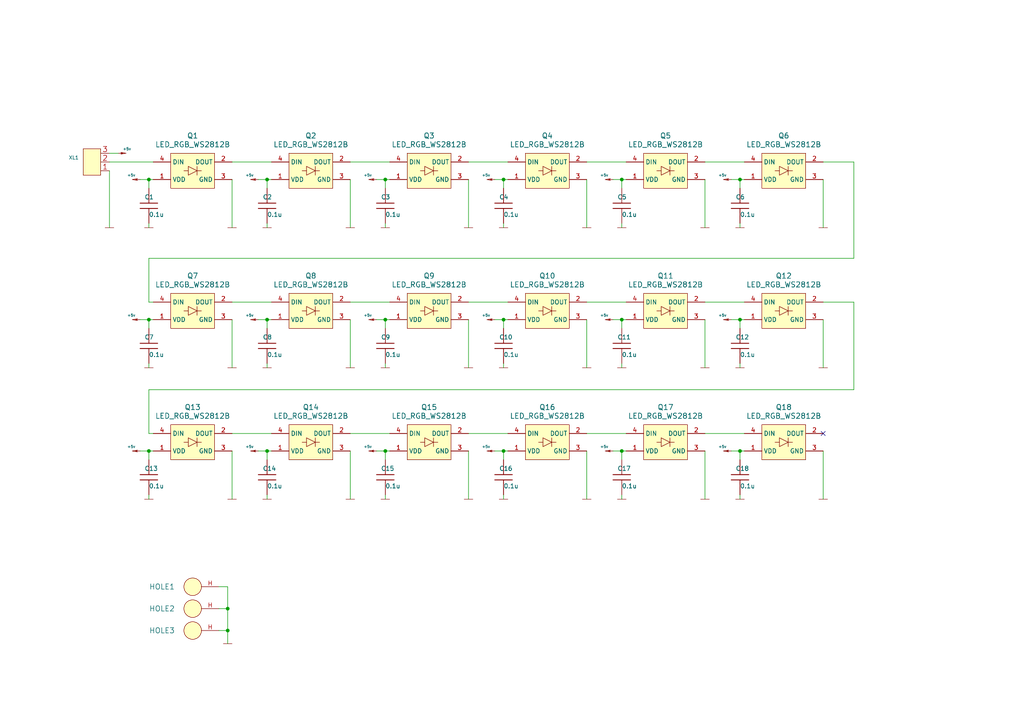
<source format=kicad_sch>
(kicad_sch (version 20200512) (host eeschema "(5.99.0-1822-g1792479ca)")
  (page 1 1)
  (paper "A4")
  (lib_symbols
    (symbol "Connectors_kl:CONN_3" (pin_names hide)
      (property "Reference" "XL" (at -1.27 0 90))
      (property "Value" "CONN_3" (at 1.27 0 90))
      (symbol "CONN_3_0_1"
        (rectangle (start 2.54 3.81) (end -2.54 -3.81) (fill (type background)))
      )
      (symbol "CONN_3_1_1"
        (pin passive line (at 5.08 2.54 180) (length 2.54) (name "P1") (number "1"))
        (pin passive line (at 5.08 0 180) (length 2.54) (name "PM") (number "2"))
        (pin passive line (at 5.08 -2.54 180) (length 2.54) (name "~") (number "3"))
      )
    )
    (symbol "Tittar_kl:C" (pin_numbers hide) (pin_names (offset 0.254))
      (property "Reference" "C" (at -2.54 -2.54 0))
      (property "Value" "C" (at -2.54 2.54 0))
      (symbol "C_0_1"
        (polyline (pts (xy -2.54 -0.762) (xy 2.54 -0.762)) (stroke (width 0.254)))
        (polyline (pts (xy -2.54 0.762) (xy 2.54 0.762)) (stroke (width 0.254)))
      )
      (symbol "C_1_1"
        (pin passive line (at 0 5.08 270) (length 4.318) (name "~") (number "1"))
        (pin passive line (at 0 -5.08 90) (length 4.318) (name "~") (number "2"))
      )
    )
    (symbol "Tittar_kl:LED_RGB_WS2812B"
      (property "Reference" "Q" (at -5.08 8.89 0))
      (property "Value" "LED_RGB_WS2812B" (at 0 6.35 0))
      (symbol "LED_RGB_WS2812B_0_1"
        (rectangle (start -6.35 5.08) (end 6.35 -5.08) (fill (type background)))
        (polyline (pts (xy -1.27 0) (xy -2.54 0)))
        (polyline (pts (xy 1.27 0) (xy 2.54 0)))
        (polyline (pts (xy 1.27 1.27) (xy 1.27 -1.27)))
        (polyline (pts (xy -1.27 1.27) (xy 1.27 0) (xy -1.27 -1.27) (xy -1.27 1.27)))
      )
      (symbol "LED_RGB_WS2812B_1_1"
        (pin power_in line (at -11.43 -2.54 0) (length 5.08) (name "VDD") (number "1"))
        (pin passive line (at 11.43 2.54 180) (length 5.08) (name "DOUT") (number "2"))
        (pin power_in line (at 11.43 -2.54 180) (length 5.08) (name "GND") (number "3"))
        (pin passive line (at -11.43 2.54 0) (length 5.08) (name "DIN") (number "4"))
      )
    )
    (symbol "pcb_details:HOLE_METALLED"
      (property "Reference" "HOLE" (at -12.7 -1.27 0))
      (property "Value" "HOLE_METALLED" (at -13.97 1.27 0))
      (symbol "HOLE_METALLED_0_1"
        (circle (center 0 0) (radius 2.54) (fill (type background)))
      )
      (symbol "HOLE_METALLED_1_1"
        (pin passive line (at 7.62 0 180) (length 5.08) (name "~") (number "H"))
      )
    )
    (symbol "power:+5v" (power) (pin_names (offset 0))
      (property "Value" "+5v" (at 3.81 0 0))
      (symbol "+5v_0_1"
        (polyline (pts (xy 0 0) (xy 1.27 0) (xy 1.27 0)))
        (polyline (pts (xy 1.27 0) (xy 0.762 0.254) (xy 2.286 0) (xy 0.762 -0.254) (xy 1.27 0) (xy 1.27 0)) (fill (type background)))
      )
      (symbol "+5v_0_0"
        (pin power_in line (at 0 0 90) (length 0) hide (name "+5v") (number "1"))
      )
    )
    (symbol "power:GND" (power) (pin_names (offset 0.254))
      (symbol "GND_0_1"
        (polyline (pts (xy -1.27 0) (xy 1.27 0)) (stroke (width 0.127)))
      )
      (symbol "GND_1_1"
        (pin power_in line (at 0 0 270) (length 0) hide (name "GND") (number "1"))
      )
    )
  )
  (junction (at 43.18 52.07))
  (junction (at 43.18 92.71))
  (junction (at 43.18 130.81))
  (junction (at 66.04 176.53))
  (junction (at 66.04 182.88))
  (junction (at 77.47 52.07))
  (junction (at 77.47 92.71))
  (junction (at 77.47 130.81))
  (junction (at 111.76 52.07))
  (junction (at 111.76 92.71))
  (junction (at 111.76 130.81))
  (junction (at 146.05 52.07))
  (junction (at 146.05 92.71))
  (junction (at 146.05 130.81))
  (junction (at 180.34 52.07))
  (junction (at 180.34 92.71))
  (junction (at 180.34 130.81))
  (junction (at 214.63 52.07))
  (junction (at 214.63 92.71))
  (junction (at 214.63 130.81))
  (no_connect (at 238.76 125.73))
  (wire (pts (xy 31.75 44.45) (xy 34.29 44.45)))
  (wire (pts (xy 31.75 46.99) (xy 44.45 46.99)))
  (wire (pts (xy 31.75 49.53) (xy 31.75 66.04)))
  (wire (pts (xy 40.64 52.07) (xy 43.18 52.07)))
  (wire (pts (xy 40.64 92.71) (xy 43.18 92.71)))
  (wire (pts (xy 40.64 130.81) (xy 43.18 130.81)))
  (wire (pts (xy 43.18 52.07) (xy 44.45 52.07)))
  (wire (pts (xy 43.18 54.61) (xy 43.18 52.07)))
  (wire (pts (xy 43.18 64.77) (xy 43.18 66.04)))
  (wire (pts (xy 43.18 74.93) (xy 247.65 74.93)))
  (wire (pts (xy 43.18 87.63) (xy 43.18 74.93)))
  (wire (pts (xy 43.18 92.71) (xy 44.45 92.71)))
  (wire (pts (xy 43.18 95.25) (xy 43.18 92.71)))
  (wire (pts (xy 43.18 105.41) (xy 43.18 106.68)))
  (wire (pts (xy 43.18 113.03) (xy 247.65 113.03)))
  (wire (pts (xy 43.18 125.73) (xy 43.18 113.03)))
  (wire (pts (xy 43.18 130.81) (xy 44.45 130.81)))
  (wire (pts (xy 43.18 133.35) (xy 43.18 130.81)))
  (wire (pts (xy 43.18 143.51) (xy 43.18 144.78)))
  (wire (pts (xy 44.45 87.63) (xy 43.18 87.63)))
  (wire (pts (xy 44.45 125.73) (xy 43.18 125.73)))
  (wire (pts (xy 63.5 176.53) (xy 66.04 176.53)))
  (wire (pts (xy 63.5 182.88) (xy 66.04 182.88)))
  (wire (pts (xy 66.04 170.18) (xy 63.5 170.18)))
  (wire (pts (xy 66.04 176.53) (xy 66.04 170.18)))
  (wire (pts (xy 66.04 182.88) (xy 66.04 176.53)))
  (wire (pts (xy 66.04 186.69) (xy 66.04 182.88)))
  (wire (pts (xy 67.31 46.99) (xy 78.74 46.99)))
  (wire (pts (xy 67.31 52.07) (xy 67.31 66.04)))
  (wire (pts (xy 67.31 87.63) (xy 78.74 87.63)))
  (wire (pts (xy 67.31 92.71) (xy 67.31 106.68)))
  (wire (pts (xy 67.31 125.73) (xy 78.74 125.73)))
  (wire (pts (xy 67.31 130.81) (xy 67.31 144.78)))
  (wire (pts (xy 74.93 52.07) (xy 77.47 52.07)))
  (wire (pts (xy 74.93 92.71) (xy 77.47 92.71)))
  (wire (pts (xy 74.93 130.81) (xy 77.47 130.81)))
  (wire (pts (xy 77.47 52.07) (xy 78.74 52.07)))
  (wire (pts (xy 77.47 54.61) (xy 77.47 52.07)))
  (wire (pts (xy 77.47 64.77) (xy 77.47 66.04)))
  (wire (pts (xy 77.47 92.71) (xy 78.74 92.71)))
  (wire (pts (xy 77.47 95.25) (xy 77.47 92.71)))
  (wire (pts (xy 77.47 105.41) (xy 77.47 106.68)))
  (wire (pts (xy 77.47 130.81) (xy 78.74 130.81)))
  (wire (pts (xy 77.47 133.35) (xy 77.47 130.81)))
  (wire (pts (xy 77.47 143.51) (xy 77.47 144.78)))
  (wire (pts (xy 101.6 46.99) (xy 113.03 46.99)))
  (wire (pts (xy 101.6 52.07) (xy 101.6 66.04)))
  (wire (pts (xy 101.6 87.63) (xy 113.03 87.63)))
  (wire (pts (xy 101.6 92.71) (xy 101.6 106.68)))
  (wire (pts (xy 101.6 125.73) (xy 113.03 125.73)))
  (wire (pts (xy 101.6 130.81) (xy 101.6 144.78)))
  (wire (pts (xy 109.22 52.07) (xy 111.76 52.07)))
  (wire (pts (xy 109.22 92.71) (xy 111.76 92.71)))
  (wire (pts (xy 109.22 130.81) (xy 111.76 130.81)))
  (wire (pts (xy 111.76 52.07) (xy 113.03 52.07)))
  (wire (pts (xy 111.76 54.61) (xy 111.76 52.07)))
  (wire (pts (xy 111.76 64.77) (xy 111.76 66.04)))
  (wire (pts (xy 111.76 92.71) (xy 113.03 92.71)))
  (wire (pts (xy 111.76 95.25) (xy 111.76 92.71)))
  (wire (pts (xy 111.76 105.41) (xy 111.76 106.68)))
  (wire (pts (xy 111.76 130.81) (xy 113.03 130.81)))
  (wire (pts (xy 111.76 133.35) (xy 111.76 130.81)))
  (wire (pts (xy 111.76 143.51) (xy 111.76 144.78)))
  (wire (pts (xy 135.89 46.99) (xy 147.32 46.99)))
  (wire (pts (xy 135.89 52.07) (xy 135.89 66.04)))
  (wire (pts (xy 135.89 87.63) (xy 147.32 87.63)))
  (wire (pts (xy 135.89 92.71) (xy 135.89 106.68)))
  (wire (pts (xy 135.89 125.73) (xy 147.32 125.73)))
  (wire (pts (xy 135.89 130.81) (xy 135.89 144.78)))
  (wire (pts (xy 143.51 52.07) (xy 146.05 52.07)))
  (wire (pts (xy 143.51 92.71) (xy 146.05 92.71)))
  (wire (pts (xy 143.51 130.81) (xy 146.05 130.81)))
  (wire (pts (xy 146.05 52.07) (xy 147.32 52.07)))
  (wire (pts (xy 146.05 54.61) (xy 146.05 52.07)))
  (wire (pts (xy 146.05 64.77) (xy 146.05 66.04)))
  (wire (pts (xy 146.05 92.71) (xy 147.32 92.71)))
  (wire (pts (xy 146.05 95.25) (xy 146.05 92.71)))
  (wire (pts (xy 146.05 105.41) (xy 146.05 106.68)))
  (wire (pts (xy 146.05 130.81) (xy 147.32 130.81)))
  (wire (pts (xy 146.05 133.35) (xy 146.05 130.81)))
  (wire (pts (xy 146.05 143.51) (xy 146.05 144.78)))
  (wire (pts (xy 170.18 46.99) (xy 181.61 46.99)))
  (wire (pts (xy 170.18 52.07) (xy 170.18 66.04)))
  (wire (pts (xy 170.18 87.63) (xy 181.61 87.63)))
  (wire (pts (xy 170.18 92.71) (xy 170.18 106.68)))
  (wire (pts (xy 170.18 125.73) (xy 181.61 125.73)))
  (wire (pts (xy 170.18 130.81) (xy 170.18 144.78)))
  (wire (pts (xy 177.8 52.07) (xy 180.34 52.07)))
  (wire (pts (xy 177.8 92.71) (xy 180.34 92.71)))
  (wire (pts (xy 177.8 130.81) (xy 180.34 130.81)))
  (wire (pts (xy 180.34 52.07) (xy 181.61 52.07)))
  (wire (pts (xy 180.34 54.61) (xy 180.34 52.07)))
  (wire (pts (xy 180.34 64.77) (xy 180.34 66.04)))
  (wire (pts (xy 180.34 92.71) (xy 181.61 92.71)))
  (wire (pts (xy 180.34 95.25) (xy 180.34 92.71)))
  (wire (pts (xy 180.34 105.41) (xy 180.34 106.68)))
  (wire (pts (xy 180.34 130.81) (xy 181.61 130.81)))
  (wire (pts (xy 180.34 133.35) (xy 180.34 130.81)))
  (wire (pts (xy 180.34 143.51) (xy 180.34 144.78)))
  (wire (pts (xy 204.47 46.99) (xy 215.9 46.99)))
  (wire (pts (xy 204.47 52.07) (xy 204.47 66.04)))
  (wire (pts (xy 204.47 87.63) (xy 215.9 87.63)))
  (wire (pts (xy 204.47 92.71) (xy 204.47 106.68)))
  (wire (pts (xy 204.47 125.73) (xy 215.9 125.73)))
  (wire (pts (xy 204.47 130.81) (xy 204.47 144.78)))
  (wire (pts (xy 212.09 52.07) (xy 214.63 52.07)))
  (wire (pts (xy 212.09 92.71) (xy 214.63 92.71)))
  (wire (pts (xy 212.09 130.81) (xy 214.63 130.81)))
  (wire (pts (xy 214.63 52.07) (xy 215.9 52.07)))
  (wire (pts (xy 214.63 54.61) (xy 214.63 52.07)))
  (wire (pts (xy 214.63 64.77) (xy 214.63 66.04)))
  (wire (pts (xy 214.63 92.71) (xy 215.9 92.71)))
  (wire (pts (xy 214.63 95.25) (xy 214.63 92.71)))
  (wire (pts (xy 214.63 105.41) (xy 214.63 106.68)))
  (wire (pts (xy 214.63 130.81) (xy 215.9 130.81)))
  (wire (pts (xy 214.63 133.35) (xy 214.63 130.81)))
  (wire (pts (xy 214.63 143.51) (xy 214.63 144.78)))
  (wire (pts (xy 238.76 46.99) (xy 247.65 46.99)))
  (wire (pts (xy 238.76 52.07) (xy 238.76 66.04)))
  (wire (pts (xy 238.76 92.71) (xy 238.76 106.68)))
  (wire (pts (xy 238.76 130.81) (xy 238.76 144.78)))
  (wire (pts (xy 247.65 46.99) (xy 247.65 74.93)))
  (wire (pts (xy 247.65 87.63) (xy 238.76 87.63)))
  (wire (pts (xy 247.65 113.03) (xy 247.65 87.63)))
  (symbol (lib_id "power:GND") (at 31.75 66.04 0) (unit 1)
    (property "Reference" "#PWR08" (effects hide))
    (property "Value" "GND" (effects hide))
  )
  (symbol (lib_id "power:+5v") (at 34.29 44.45 0) (unit 1)
    (property "Reference" "#PWR01" (effects hide))
    (property "Value" "+5v" (at 36.83 43.18 0) (effects (font (size 0.762 0.762))))
  )
  (symbol (lib_id "power:+5v") (at 40.64 52.07 0) (mirror y) (unit 1)
    (property "Reference" "#PWR02" (effects hide))
    (property "Value" "+5v" (at 38.1 50.8 0) (effects (font (size 0.762 0.762))))
  )
  (symbol (lib_id "power:+5v") (at 40.64 92.71 0) (mirror y) (unit 1)
    (property "Reference" "#PWR021" (effects hide))
    (property "Value" "+5v" (at 38.1 91.44 0) (effects (font (size 0.762 0.762))))
  )
  (symbol (lib_id "power:+5v") (at 40.64 130.81 0) (mirror y) (unit 1)
    (property "Reference" "#PWR039" (effects hide))
    (property "Value" "+5v" (at 38.1 129.54 0) (effects (font (size 0.762 0.762))))
  )
  (symbol (lib_id "power:GND") (at 43.18 66.04 0) (unit 1)
    (property "Reference" "#PWR09" (effects hide))
    (property "Value" "GND" (effects hide))
  )
  (symbol (lib_id "power:GND") (at 43.18 106.68 0) (unit 1)
    (property "Reference" "#PWR027" (effects hide))
    (property "Value" "GND" (effects hide))
  )
  (symbol (lib_id "power:GND") (at 43.18 144.78 0) (unit 1)
    (property "Reference" "#PWR045" (effects hide))
    (property "Value" "GND" (effects hide))
  )
  (symbol (lib_id "power:GND") (at 66.04 186.69 0) (unit 1)
    (property "Reference" "#PWR057" (effects hide))
    (property "Value" "GND" (effects hide))
  )
  (symbol (lib_id "power:GND") (at 67.31 66.04 0) (unit 1)
    (property "Reference" "#PWR010" (effects hide))
    (property "Value" "GND" (effects hide))
  )
  (symbol (lib_id "power:GND") (at 67.31 106.68 0) (unit 1)
    (property "Reference" "#PWR028" (effects hide))
    (property "Value" "GND" (effects hide))
  )
  (symbol (lib_id "power:GND") (at 67.31 144.78 0) (unit 1)
    (property "Reference" "#PWR046" (effects hide))
    (property "Value" "GND" (effects hide))
  )
  (symbol (lib_id "power:+5v") (at 74.93 52.07 0) (mirror y) (unit 1)
    (property "Reference" "#PWR03" (effects hide))
    (property "Value" "+5v" (at 72.39 50.8 0) (effects (font (size 0.762 0.762))))
  )
  (symbol (lib_id "power:+5v") (at 74.93 92.71 0) (mirror y) (unit 1)
    (property "Reference" "#PWR022" (effects hide))
    (property "Value" "+5v" (at 72.39 91.44 0) (effects (font (size 0.762 0.762))))
  )
  (symbol (lib_id "power:+5v") (at 74.93 130.81 0) (mirror y) (unit 1)
    (property "Reference" "#PWR040" (effects hide))
    (property "Value" "+5v" (at 72.39 129.54 0) (effects (font (size 0.762 0.762))))
  )
  (symbol (lib_id "power:GND") (at 77.47 66.04 0) (unit 1)
    (property "Reference" "#PWR011" (effects hide))
    (property "Value" "GND" (effects hide))
  )
  (symbol (lib_id "power:GND") (at 77.47 106.68 0) (unit 1)
    (property "Reference" "#PWR029" (effects hide))
    (property "Value" "GND" (effects hide))
  )
  (symbol (lib_id "power:GND") (at 77.47 144.78 0) (unit 1)
    (property "Reference" "#PWR047" (effects hide))
    (property "Value" "GND" (effects hide))
  )
  (symbol (lib_id "power:GND") (at 101.6 66.04 0) (unit 1)
    (property "Reference" "#PWR012" (effects hide))
    (property "Value" "GND" (effects hide))
  )
  (symbol (lib_id "power:GND") (at 101.6 106.68 0) (unit 1)
    (property "Reference" "#PWR030" (effects hide))
    (property "Value" "GND" (effects hide))
  )
  (symbol (lib_id "power:GND") (at 101.6 144.78 0) (unit 1)
    (property "Reference" "#PWR048" (effects hide))
    (property "Value" "GND" (effects hide))
  )
  (symbol (lib_id "power:+5v") (at 109.22 52.07 0) (mirror y) (unit 1)
    (property "Reference" "#PWR04" (effects hide))
    (property "Value" "+5v" (at 106.68 50.8 0) (effects (font (size 0.762 0.762))))
  )
  (symbol (lib_id "power:+5v") (at 109.22 92.71 0) (mirror y) (unit 1)
    (property "Reference" "#PWR023" (effects hide))
    (property "Value" "+5v" (at 106.68 91.44 0) (effects (font (size 0.762 0.762))))
  )
  (symbol (lib_id "power:+5v") (at 109.22 130.81 0) (mirror y) (unit 1)
    (property "Reference" "#PWR041" (effects hide))
    (property "Value" "+5v" (at 106.68 129.54 0) (effects (font (size 0.762 0.762))))
  )
  (symbol (lib_id "power:GND") (at 111.76 66.04 0) (unit 1)
    (property "Reference" "#PWR013" (effects hide))
    (property "Value" "GND" (effects hide))
  )
  (symbol (lib_id "power:GND") (at 111.76 106.68 0) (unit 1)
    (property "Reference" "#PWR031" (effects hide))
    (property "Value" "GND" (effects hide))
  )
  (symbol (lib_id "power:GND") (at 111.76 144.78 0) (unit 1)
    (property "Reference" "#PWR049" (effects hide))
    (property "Value" "GND" (effects hide))
  )
  (symbol (lib_id "power:GND") (at 135.89 66.04 0) (unit 1)
    (property "Reference" "#PWR014" (effects hide))
    (property "Value" "GND" (effects hide))
  )
  (symbol (lib_id "power:GND") (at 135.89 106.68 0) (unit 1)
    (property "Reference" "#PWR032" (effects hide))
    (property "Value" "GND" (effects hide))
  )
  (symbol (lib_id "power:GND") (at 135.89 144.78 0) (unit 1)
    (property "Reference" "#PWR050" (effects hide))
    (property "Value" "GND" (effects hide))
  )
  (symbol (lib_id "power:+5v") (at 143.51 52.07 0) (mirror y) (unit 1)
    (property "Reference" "#PWR05" (effects hide))
    (property "Value" "+5v" (at 140.97 50.8 0) (effects (font (size 0.762 0.762))))
  )
  (symbol (lib_id "power:+5v") (at 143.51 92.71 0) (mirror y) (unit 1)
    (property "Reference" "#PWR024" (effects hide))
    (property "Value" "+5v" (at 140.97 91.44 0) (effects (font (size 0.762 0.762))))
  )
  (symbol (lib_id "power:+5v") (at 143.51 130.81 0) (mirror y) (unit 1)
    (property "Reference" "#PWR042" (effects hide))
    (property "Value" "+5v" (at 140.97 129.54 0) (effects (font (size 0.762 0.762))))
  )
  (symbol (lib_id "power:GND") (at 146.05 66.04 0) (unit 1)
    (property "Reference" "#PWR015" (effects hide))
    (property "Value" "GND" (effects hide))
  )
  (symbol (lib_id "power:GND") (at 146.05 106.68 0) (unit 1)
    (property "Reference" "#PWR033" (effects hide))
    (property "Value" "GND" (effects hide))
  )
  (symbol (lib_id "power:GND") (at 146.05 144.78 0) (unit 1)
    (property "Reference" "#PWR051" (effects hide))
    (property "Value" "GND" (effects hide))
  )
  (symbol (lib_id "power:GND") (at 170.18 66.04 0) (unit 1)
    (property "Reference" "#PWR016" (effects hide))
    (property "Value" "GND" (effects hide))
  )
  (symbol (lib_id "power:GND") (at 170.18 106.68 0) (unit 1)
    (property "Reference" "#PWR034" (effects hide))
    (property "Value" "GND" (effects hide))
  )
  (symbol (lib_id "power:GND") (at 170.18 144.78 0) (unit 1)
    (property "Reference" "#PWR052" (effects hide))
    (property "Value" "GND" (effects hide))
  )
  (symbol (lib_id "power:+5v") (at 177.8 52.07 0) (mirror y) (unit 1)
    (property "Reference" "#PWR06" (effects hide))
    (property "Value" "+5v" (at 175.26 50.8 0) (effects (font (size 0.762 0.762))))
  )
  (symbol (lib_id "power:+5v") (at 177.8 92.71 0) (mirror y) (unit 1)
    (property "Reference" "#PWR025" (effects hide))
    (property "Value" "+5v" (at 175.26 91.44 0) (effects (font (size 0.762 0.762))))
  )
  (symbol (lib_id "power:+5v") (at 177.8 130.81 0) (mirror y) (unit 1)
    (property "Reference" "#PWR043" (effects hide))
    (property "Value" "+5v" (at 175.26 129.54 0) (effects (font (size 0.762 0.762))))
  )
  (symbol (lib_id "power:GND") (at 180.34 66.04 0) (unit 1)
    (property "Reference" "#PWR017" (effects hide))
    (property "Value" "GND" (effects hide))
  )
  (symbol (lib_id "power:GND") (at 180.34 106.68 0) (unit 1)
    (property "Reference" "#PWR035" (effects hide))
    (property "Value" "GND" (effects hide))
  )
  (symbol (lib_id "power:GND") (at 180.34 144.78 0) (unit 1)
    (property "Reference" "#PWR053" (effects hide))
    (property "Value" "GND" (effects hide))
  )
  (symbol (lib_id "power:GND") (at 204.47 66.04 0) (unit 1)
    (property "Reference" "#PWR018" (effects hide))
    (property "Value" "GND" (effects hide))
  )
  (symbol (lib_id "power:GND") (at 204.47 106.68 0) (unit 1)
    (property "Reference" "#PWR036" (effects hide))
    (property "Value" "GND" (effects hide))
  )
  (symbol (lib_id "power:GND") (at 204.47 144.78 0) (unit 1)
    (property "Reference" "#PWR054" (effects hide))
    (property "Value" "GND" (effects hide))
  )
  (symbol (lib_id "power:+5v") (at 212.09 52.07 0) (mirror y) (unit 1)
    (property "Reference" "#PWR07" (effects hide))
    (property "Value" "+5v" (at 209.55 50.8 0) (effects (font (size 0.762 0.762))))
  )
  (symbol (lib_id "power:+5v") (at 212.09 92.71 0) (mirror y) (unit 1)
    (property "Reference" "#PWR026" (effects hide))
    (property "Value" "+5v" (at 209.55 91.44 0) (effects (font (size 0.762 0.762))))
  )
  (symbol (lib_id "power:+5v") (at 212.09 130.81 0) (mirror y) (unit 1)
    (property "Reference" "#PWR044" (effects hide))
    (property "Value" "+5v" (at 209.55 129.54 0) (effects (font (size 0.762 0.762))))
  )
  (symbol (lib_id "power:GND") (at 214.63 66.04 0) (unit 1)
    (property "Reference" "#PWR019" (effects hide))
    (property "Value" "GND" (effects hide))
  )
  (symbol (lib_id "power:GND") (at 214.63 106.68 0) (unit 1)
    (property "Reference" "#PWR037" (effects hide))
    (property "Value" "GND" (effects hide))
  )
  (symbol (lib_id "power:GND") (at 214.63 144.78 0) (unit 1)
    (property "Reference" "#PWR055" (effects hide))
    (property "Value" "GND" (effects hide))
  )
  (symbol (lib_id "power:GND") (at 238.76 66.04 0) (unit 1)
    (property "Reference" "#PWR020" (effects hide))
    (property "Value" "GND" (effects hide))
  )
  (symbol (lib_id "power:GND") (at 238.76 106.68 0) (unit 1)
    (property "Reference" "#PWR038" (effects hide))
    (property "Value" "GND" (effects hide))
  )
  (symbol (lib_id "power:GND") (at 238.76 144.78 0) (unit 1)
    (property "Reference" "#PWR056" (effects hide))
    (property "Value" "GND" (effects hide))
  )
  (symbol (lib_id "pcb_details:HOLE_METALLED") (at 55.88 170.18 0) (unit 1)
    (property "Reference" "HOLE1" (at 46.99 170.18 0) (effects (font (size 1.524 1.524))))
    (property "Value" "HOLE_METALLED" (effects hide))
    (property "Footprint" "PCB:Hole2d2_out3d5mm" (effects hide))
    (property "Price" "0" (effects hide))
    (property "SolderPoints" "0" (effects hide))
    (property "DoNotBOM" "1" (effects hide))
  )
  (symbol (lib_id "pcb_details:HOLE_METALLED") (at 55.88 176.53 0) (unit 1)
    (property "Reference" "HOLE2" (at 46.99 176.53 0) (effects (font (size 1.524 1.524))))
    (property "Value" "HOLE_METALLED" (effects hide))
    (property "Footprint" "PCB:Hole2d2_out3d5mm" (effects hide))
    (property "Price" "0" (effects hide))
    (property "SolderPoints" "0" (effects hide))
    (property "DoNotBOM" "1" (effects hide))
  )
  (symbol (lib_id "pcb_details:HOLE_METALLED") (at 55.88 182.88 0) (unit 1)
    (property "Reference" "HOLE3" (at 46.99 182.88 0) (effects (font (size 1.524 1.524))))
    (property "Value" "HOLE_METALLED" (effects hide))
    (property "Footprint" "PCB:Hole2d2_out3d5mm" (effects hide))
    (property "Price" "0" (effects hide))
    (property "SolderPoints" "0" (effects hide))
    (property "DoNotBOM" "1" (effects hide))
  )
  (symbol (lib_id "Tittar_kl:C") (at 43.18 59.69 0) (unit 1)
    (property "Reference" "C1" (at 41.91 57.15 0) (effects (justify left)))
    (property "Value" "0.1u" (at 43.18 62.23 0) (effects (justify left)))
    (property "Footprint" "Capacitors:CAP_0603_Silks" (effects hide))
    (property "Price" "0.5" (effects hide))
    (property "SolderPoints" "2" (effects hide))
    (property "Description" "X5R or X7R capacitor, 6.3V or higher" (effects hide))
    (property "Type" "Capacitor SMD" (effects hide))
    (property "PN" "-" (effects hide))
    (property "Manufacturer" "-" (effects hide))
    (property "Dielectric" "X5R or X7R" (effects hide))
    (property "Tolerance" "20%" (effects hide))
  )
  (symbol (lib_id "Tittar_kl:C") (at 43.18 100.33 0) (unit 1)
    (property "Reference" "C7" (at 41.91 97.79 0) (effects (justify left)))
    (property "Value" "0.1u" (at 43.18 102.87 0) (effects (justify left)))
    (property "Footprint" "Capacitors:CAP_0603_Silks" (effects hide))
    (property "Price" "0.5" (effects hide))
    (property "SolderPoints" "2" (effects hide))
    (property "Description" "X5R or X7R capacitor, 6.3V or higher" (effects hide))
    (property "Type" "Capacitor SMD" (effects hide))
    (property "PN" "-" (effects hide))
    (property "Manufacturer" "-" (effects hide))
    (property "Dielectric" "X5R or X7R" (effects hide))
    (property "Tolerance" "20%" (effects hide))
  )
  (symbol (lib_id "Tittar_kl:C") (at 43.18 138.43 0) (unit 1)
    (property "Reference" "C13" (at 41.91 135.89 0) (effects (justify left)))
    (property "Value" "0.1u" (at 43.18 140.97 0) (effects (justify left)))
    (property "Footprint" "Capacitors:CAP_0603_Silks" (effects hide))
    (property "Price" "0.5" (effects hide))
    (property "SolderPoints" "2" (effects hide))
    (property "Description" "X5R or X7R capacitor, 6.3V or higher" (effects hide))
    (property "Type" "Capacitor SMD" (effects hide))
    (property "PN" "-" (effects hide))
    (property "Manufacturer" "-" (effects hide))
    (property "Dielectric" "X5R or X7R" (effects hide))
    (property "Tolerance" "20%" (effects hide))
  )
  (symbol (lib_id "Tittar_kl:C") (at 77.47 59.69 0) (unit 1)
    (property "Reference" "C2" (at 76.2 57.15 0) (effects (justify left)))
    (property "Value" "0.1u" (at 77.47 62.23 0) (effects (justify left)))
    (property "Footprint" "Capacitors:CAP_0603_Silks" (effects hide))
    (property "Price" "0.5" (effects hide))
    (property "SolderPoints" "2" (effects hide))
    (property "Description" "X5R or X7R capacitor, 6.3V or higher" (effects hide))
    (property "Type" "Capacitor SMD" (effects hide))
    (property "PN" "-" (effects hide))
    (property "Manufacturer" "-" (effects hide))
    (property "Dielectric" "X5R or X7R" (effects hide))
    (property "Tolerance" "20%" (effects hide))
  )
  (symbol (lib_id "Tittar_kl:C") (at 77.47 100.33 0) (unit 1)
    (property "Reference" "C8" (at 76.2 97.79 0) (effects (justify left)))
    (property "Value" "0.1u" (at 77.47 102.87 0) (effects (justify left)))
    (property "Footprint" "Capacitors:CAP_0603_Silks" (effects hide))
    (property "Price" "0.5" (effects hide))
    (property "SolderPoints" "2" (effects hide))
    (property "Description" "X5R or X7R capacitor, 6.3V or higher" (effects hide))
    (property "Type" "Capacitor SMD" (effects hide))
    (property "PN" "-" (effects hide))
    (property "Manufacturer" "-" (effects hide))
    (property "Dielectric" "X5R or X7R" (effects hide))
    (property "Tolerance" "20%" (effects hide))
  )
  (symbol (lib_id "Tittar_kl:C") (at 77.47 138.43 0) (unit 1)
    (property "Reference" "C14" (at 76.2 135.89 0) (effects (justify left)))
    (property "Value" "0.1u" (at 77.47 140.97 0) (effects (justify left)))
    (property "Footprint" "Capacitors:CAP_0603_Silks" (effects hide))
    (property "Price" "0.5" (effects hide))
    (property "SolderPoints" "2" (effects hide))
    (property "Description" "X5R or X7R capacitor, 6.3V or higher" (effects hide))
    (property "Type" "Capacitor SMD" (effects hide))
    (property "PN" "-" (effects hide))
    (property "Manufacturer" "-" (effects hide))
    (property "Dielectric" "X5R or X7R" (effects hide))
    (property "Tolerance" "20%" (effects hide))
  )
  (symbol (lib_id "Tittar_kl:C") (at 111.76 59.69 0) (unit 1)
    (property "Reference" "C3" (at 110.49 57.15 0) (effects (justify left)))
    (property "Value" "0.1u" (at 111.76 62.23 0) (effects (justify left)))
    (property "Footprint" "Capacitors:CAP_0603_Silks" (effects hide))
    (property "Price" "0.5" (effects hide))
    (property "SolderPoints" "2" (effects hide))
    (property "Description" "X5R or X7R capacitor, 6.3V or higher" (effects hide))
    (property "Type" "Capacitor SMD" (effects hide))
    (property "PN" "-" (effects hide))
    (property "Manufacturer" "-" (effects hide))
    (property "Dielectric" "X5R or X7R" (effects hide))
    (property "Tolerance" "20%" (effects hide))
  )
  (symbol (lib_id "Tittar_kl:C") (at 111.76 100.33 0) (unit 1)
    (property "Reference" "C9" (at 110.49 97.79 0) (effects (justify left)))
    (property "Value" "0.1u" (at 111.76 102.87 0) (effects (justify left)))
    (property "Footprint" "Capacitors:CAP_0603_Silks" (effects hide))
    (property "Price" "0.5" (effects hide))
    (property "SolderPoints" "2" (effects hide))
    (property "Description" "X5R or X7R capacitor, 6.3V or higher" (effects hide))
    (property "Type" "Capacitor SMD" (effects hide))
    (property "PN" "-" (effects hide))
    (property "Manufacturer" "-" (effects hide))
    (property "Dielectric" "X5R or X7R" (effects hide))
    (property "Tolerance" "20%" (effects hide))
  )
  (symbol (lib_id "Tittar_kl:C") (at 111.76 138.43 0) (unit 1)
    (property "Reference" "C15" (at 110.49 135.89 0) (effects (justify left)))
    (property "Value" "0.1u" (at 111.76 140.97 0) (effects (justify left)))
    (property "Footprint" "Capacitors:CAP_0603_Silks" (effects hide))
    (property "Price" "0.5" (effects hide))
    (property "SolderPoints" "2" (effects hide))
    (property "Description" "X5R or X7R capacitor, 6.3V or higher" (effects hide))
    (property "Type" "Capacitor SMD" (effects hide))
    (property "PN" "-" (effects hide))
    (property "Manufacturer" "-" (effects hide))
    (property "Dielectric" "X5R or X7R" (effects hide))
    (property "Tolerance" "20%" (effects hide))
  )
  (symbol (lib_id "Tittar_kl:C") (at 146.05 59.69 0) (unit 1)
    (property "Reference" "C4" (at 144.78 57.15 0) (effects (justify left)))
    (property "Value" "0.1u" (at 146.05 62.23 0) (effects (justify left)))
    (property "Footprint" "Capacitors:CAP_0603_Silks" (effects hide))
    (property "Price" "0.5" (effects hide))
    (property "SolderPoints" "2" (effects hide))
    (property "Description" "X5R or X7R capacitor, 6.3V or higher" (effects hide))
    (property "Type" "Capacitor SMD" (effects hide))
    (property "PN" "-" (effects hide))
    (property "Manufacturer" "-" (effects hide))
    (property "Dielectric" "X5R or X7R" (effects hide))
    (property "Tolerance" "20%" (effects hide))
  )
  (symbol (lib_id "Tittar_kl:C") (at 146.05 100.33 0) (unit 1)
    (property "Reference" "C10" (at 144.78 97.79 0) (effects (justify left)))
    (property "Value" "0.1u" (at 146.05 102.87 0) (effects (justify left)))
    (property "Footprint" "Capacitors:CAP_0603_Silks" (effects hide))
    (property "Price" "0.5" (effects hide))
    (property "SolderPoints" "2" (effects hide))
    (property "Description" "X5R or X7R capacitor, 6.3V or higher" (effects hide))
    (property "Type" "Capacitor SMD" (effects hide))
    (property "PN" "-" (effects hide))
    (property "Manufacturer" "-" (effects hide))
    (property "Dielectric" "X5R or X7R" (effects hide))
    (property "Tolerance" "20%" (effects hide))
  )
  (symbol (lib_id "Tittar_kl:C") (at 146.05 138.43 0) (unit 1)
    (property "Reference" "C16" (at 144.78 135.89 0) (effects (justify left)))
    (property "Value" "0.1u" (at 146.05 140.97 0) (effects (justify left)))
    (property "Footprint" "Capacitors:CAP_0603_Silks" (effects hide))
    (property "Price" "0.5" (effects hide))
    (property "SolderPoints" "2" (effects hide))
    (property "Description" "X5R or X7R capacitor, 6.3V or higher" (effects hide))
    (property "Type" "Capacitor SMD" (effects hide))
    (property "PN" "-" (effects hide))
    (property "Manufacturer" "-" (effects hide))
    (property "Dielectric" "X5R or X7R" (effects hide))
    (property "Tolerance" "20%" (effects hide))
  )
  (symbol (lib_id "Tittar_kl:C") (at 180.34 59.69 0) (unit 1)
    (property "Reference" "C5" (at 179.07 57.15 0) (effects (justify left)))
    (property "Value" "0.1u" (at 180.34 62.23 0) (effects (justify left)))
    (property "Footprint" "Capacitors:CAP_0603_Silks" (effects hide))
    (property "Price" "0.5" (effects hide))
    (property "SolderPoints" "2" (effects hide))
    (property "Description" "X5R or X7R capacitor, 6.3V or higher" (effects hide))
    (property "Type" "Capacitor SMD" (effects hide))
    (property "PN" "-" (effects hide))
    (property "Manufacturer" "-" (effects hide))
    (property "Dielectric" "X5R or X7R" (effects hide))
    (property "Tolerance" "20%" (effects hide))
  )
  (symbol (lib_id "Tittar_kl:C") (at 180.34 100.33 0) (unit 1)
    (property "Reference" "C11" (at 179.07 97.79 0) (effects (justify left)))
    (property "Value" "0.1u" (at 180.34 102.87 0) (effects (justify left)))
    (property "Footprint" "Capacitors:CAP_0603_Silks" (effects hide))
    (property "Price" "0.5" (effects hide))
    (property "SolderPoints" "2" (effects hide))
    (property "Description" "X5R or X7R capacitor, 6.3V or higher" (effects hide))
    (property "Type" "Capacitor SMD" (effects hide))
    (property "PN" "-" (effects hide))
    (property "Manufacturer" "-" (effects hide))
    (property "Dielectric" "X5R or X7R" (effects hide))
    (property "Tolerance" "20%" (effects hide))
  )
  (symbol (lib_id "Tittar_kl:C") (at 180.34 138.43 0) (unit 1)
    (property "Reference" "C17" (at 179.07 135.89 0) (effects (justify left)))
    (property "Value" "0.1u" (at 180.34 140.97 0) (effects (justify left)))
    (property "Footprint" "Capacitors:CAP_0603_Silks" (effects hide))
    (property "Price" "0.5" (effects hide))
    (property "SolderPoints" "2" (effects hide))
    (property "Description" "X5R or X7R capacitor, 6.3V or higher" (effects hide))
    (property "Type" "Capacitor SMD" (effects hide))
    (property "PN" "-" (effects hide))
    (property "Manufacturer" "-" (effects hide))
    (property "Dielectric" "X5R or X7R" (effects hide))
    (property "Tolerance" "20%" (effects hide))
  )
  (symbol (lib_id "Tittar_kl:C") (at 214.63 59.69 0) (unit 1)
    (property "Reference" "C6" (at 213.36 57.15 0) (effects (justify left)))
    (property "Value" "0.1u" (at 214.63 62.23 0) (effects (justify left)))
    (property "Footprint" "Capacitors:CAP_0603_Silks" (effects hide))
    (property "Price" "0.5" (effects hide))
    (property "SolderPoints" "2" (effects hide))
    (property "Description" "X5R or X7R capacitor, 6.3V or higher" (effects hide))
    (property "Type" "Capacitor SMD" (effects hide))
    (property "PN" "-" (effects hide))
    (property "Manufacturer" "-" (effects hide))
    (property "Dielectric" "X5R or X7R" (effects hide))
    (property "Tolerance" "20%" (effects hide))
  )
  (symbol (lib_id "Tittar_kl:C") (at 214.63 100.33 0) (unit 1)
    (property "Reference" "C12" (at 213.36 97.79 0) (effects (justify left)))
    (property "Value" "0.1u" (at 214.63 102.87 0) (effects (justify left)))
    (property "Footprint" "Capacitors:CAP_0603_Silks" (effects hide))
    (property "Price" "0.5" (effects hide))
    (property "SolderPoints" "2" (effects hide))
    (property "Description" "X5R or X7R capacitor, 6.3V or higher" (effects hide))
    (property "Type" "Capacitor SMD" (effects hide))
    (property "PN" "-" (effects hide))
    (property "Manufacturer" "-" (effects hide))
    (property "Dielectric" "X5R or X7R" (effects hide))
    (property "Tolerance" "20%" (effects hide))
  )
  (symbol (lib_id "Tittar_kl:C") (at 214.63 138.43 0) (unit 1)
    (property "Reference" "C18" (at 213.36 135.89 0) (effects (justify left)))
    (property "Value" "0.1u" (at 214.63 140.97 0) (effects (justify left)))
    (property "Footprint" "Capacitors:CAP_0603_Silks" (effects hide))
    (property "Price" "0.5" (effects hide))
    (property "SolderPoints" "2" (effects hide))
    (property "Description" "X5R or X7R capacitor, 6.3V or higher" (effects hide))
    (property "Type" "Capacitor SMD" (effects hide))
    (property "PN" "-" (effects hide))
    (property "Manufacturer" "-" (effects hide))
    (property "Dielectric" "X5R or X7R" (effects hide))
    (property "Tolerance" "20%" (effects hide))
  )
  (symbol (lib_id "Connectors_kl:CONN_3") (at 26.67 46.99 0) (mirror x) (unit 1)
    (property "Reference" "XL1" (at 22.86 45.72 0) (effects (font (size 1.016 1.016)) (justify right)))
    (property "Value" "CONN_3" (effects hide))
    (property "Footprint" "Connectors:WB-03(MW-3M)" (effects hide))
    (property "Price" "1" (effects hide))
    (property "SolderPoints" "3" (effects hide))
  )
  (symbol (lib_id "Tittar_kl:LED_RGB_WS2812B") (at 55.88 49.53 0) (unit 1)
    (property "Reference" "Q1" (at 55.88 39.37 0) (effects (font (size 1.524 1.524))))
    (property "Value" "LED_RGB_WS2812B" (at 55.88 41.91 0) (effects (font (size 1.524 1.524))))
    (property "Footprint" "LEDs:LED_WS2812B" (effects hide))
    (property "Price" "7" (effects hide))
    (property "SolderPoints" "4" (effects hide))
  )
  (symbol (lib_id "Tittar_kl:LED_RGB_WS2812B") (at 55.88 90.17 0) (unit 1)
    (property "Reference" "Q7" (at 55.88 80.01 0) (effects (font (size 1.524 1.524))))
    (property "Value" "LED_RGB_WS2812B" (at 55.88 82.55 0) (effects (font (size 1.524 1.524))))
    (property "Footprint" "LEDs:LED_WS2812B" (effects hide))
    (property "Price" "7" (effects hide))
    (property "SolderPoints" "4" (effects hide))
  )
  (symbol (lib_id "Tittar_kl:LED_RGB_WS2812B") (at 55.88 128.27 0) (unit 1)
    (property "Reference" "Q13" (at 55.88 118.11 0) (effects (font (size 1.524 1.524))))
    (property "Value" "LED_RGB_WS2812B" (at 55.88 120.65 0) (effects (font (size 1.524 1.524))))
    (property "Footprint" "LEDs:LED_WS2812B" (effects hide))
    (property "Price" "7" (effects hide))
    (property "SolderPoints" "4" (effects hide))
  )
  (symbol (lib_id "Tittar_kl:LED_RGB_WS2812B") (at 90.17 49.53 0) (unit 1)
    (property "Reference" "Q2" (at 90.17 39.37 0) (effects (font (size 1.524 1.524))))
    (property "Value" "LED_RGB_WS2812B" (at 90.17 41.91 0) (effects (font (size 1.524 1.524))))
    (property "Footprint" "LEDs:LED_WS2812B" (effects hide))
    (property "Price" "7" (effects hide))
    (property "SolderPoints" "4" (effects hide))
  )
  (symbol (lib_id "Tittar_kl:LED_RGB_WS2812B") (at 90.17 90.17 0) (unit 1)
    (property "Reference" "Q8" (at 90.17 80.01 0) (effects (font (size 1.524 1.524))))
    (property "Value" "LED_RGB_WS2812B" (at 90.17 82.55 0) (effects (font (size 1.524 1.524))))
    (property "Footprint" "LEDs:LED_WS2812B" (effects hide))
    (property "Price" "7" (effects hide))
    (property "SolderPoints" "4" (effects hide))
  )
  (symbol (lib_id "Tittar_kl:LED_RGB_WS2812B") (at 90.17 128.27 0) (unit 1)
    (property "Reference" "Q14" (at 90.17 118.11 0) (effects (font (size 1.524 1.524))))
    (property "Value" "LED_RGB_WS2812B" (at 90.17 120.65 0) (effects (font (size 1.524 1.524))))
    (property "Footprint" "LEDs:LED_WS2812B" (effects hide))
    (property "Price" "7" (effects hide))
    (property "SolderPoints" "4" (effects hide))
  )
  (symbol (lib_id "Tittar_kl:LED_RGB_WS2812B") (at 124.46 49.53 0) (unit 1)
    (property "Reference" "Q3" (at 124.46 39.37 0) (effects (font (size 1.524 1.524))))
    (property "Value" "LED_RGB_WS2812B" (at 124.46 41.91 0) (effects (font (size 1.524 1.524))))
    (property "Footprint" "LEDs:LED_WS2812B" (effects hide))
    (property "Price" "7" (effects hide))
    (property "SolderPoints" "4" (effects hide))
  )
  (symbol (lib_id "Tittar_kl:LED_RGB_WS2812B") (at 124.46 90.17 0) (unit 1)
    (property "Reference" "Q9" (at 124.46 80.01 0) (effects (font (size 1.524 1.524))))
    (property "Value" "LED_RGB_WS2812B" (at 124.46 82.55 0) (effects (font (size 1.524 1.524))))
    (property "Footprint" "LEDs:LED_WS2812B" (effects hide))
    (property "Price" "7" (effects hide))
    (property "SolderPoints" "4" (effects hide))
  )
  (symbol (lib_id "Tittar_kl:LED_RGB_WS2812B") (at 124.46 128.27 0) (unit 1)
    (property "Reference" "Q15" (at 124.46 118.11 0) (effects (font (size 1.524 1.524))))
    (property "Value" "LED_RGB_WS2812B" (at 124.46 120.65 0) (effects (font (size 1.524 1.524))))
    (property "Footprint" "LEDs:LED_WS2812B" (effects hide))
    (property "Price" "7" (effects hide))
    (property "SolderPoints" "4" (effects hide))
  )
  (symbol (lib_id "Tittar_kl:LED_RGB_WS2812B") (at 158.75 49.53 0) (unit 1)
    (property "Reference" "Q4" (at 158.75 39.37 0) (effects (font (size 1.524 1.524))))
    (property "Value" "LED_RGB_WS2812B" (at 158.75 41.91 0) (effects (font (size 1.524 1.524))))
    (property "Footprint" "LEDs:LED_WS2812B" (effects hide))
    (property "Price" "7" (effects hide))
    (property "SolderPoints" "4" (effects hide))
  )
  (symbol (lib_id "Tittar_kl:LED_RGB_WS2812B") (at 158.75 90.17 0) (unit 1)
    (property "Reference" "Q10" (at 158.75 80.01 0) (effects (font (size 1.524 1.524))))
    (property "Value" "LED_RGB_WS2812B" (at 158.75 82.55 0) (effects (font (size 1.524 1.524))))
    (property "Footprint" "LEDs:LED_WS2812B" (effects hide))
    (property "Price" "7" (effects hide))
    (property "SolderPoints" "4" (effects hide))
  )
  (symbol (lib_id "Tittar_kl:LED_RGB_WS2812B") (at 158.75 128.27 0) (unit 1)
    (property "Reference" "Q16" (at 158.75 118.11 0) (effects (font (size 1.524 1.524))))
    (property "Value" "LED_RGB_WS2812B" (at 158.75 120.65 0) (effects (font (size 1.524 1.524))))
    (property "Footprint" "LEDs:LED_WS2812B" (effects hide))
    (property "Price" "7" (effects hide))
    (property "SolderPoints" "4" (effects hide))
  )
  (symbol (lib_id "Tittar_kl:LED_RGB_WS2812B") (at 193.04 49.53 0) (unit 1)
    (property "Reference" "Q5" (at 193.04 39.37 0) (effects (font (size 1.524 1.524))))
    (property "Value" "LED_RGB_WS2812B" (at 193.04 41.91 0) (effects (font (size 1.524 1.524))))
    (property "Footprint" "LEDs:LED_WS2812B" (effects hide))
    (property "Price" "7" (effects hide))
    (property "SolderPoints" "4" (effects hide))
  )
  (symbol (lib_id "Tittar_kl:LED_RGB_WS2812B") (at 193.04 90.17 0) (unit 1)
    (property "Reference" "Q11" (at 193.04 80.01 0) (effects (font (size 1.524 1.524))))
    (property "Value" "LED_RGB_WS2812B" (at 193.04 82.55 0) (effects (font (size 1.524 1.524))))
    (property "Footprint" "LEDs:LED_WS2812B" (effects hide))
    (property "Price" "7" (effects hide))
    (property "SolderPoints" "4" (effects hide))
  )
  (symbol (lib_id "Tittar_kl:LED_RGB_WS2812B") (at 193.04 128.27 0) (unit 1)
    (property "Reference" "Q17" (at 193.04 118.11 0) (effects (font (size 1.524 1.524))))
    (property "Value" "LED_RGB_WS2812B" (at 193.04 120.65 0) (effects (font (size 1.524 1.524))))
    (property "Footprint" "LEDs:LED_WS2812B" (effects hide))
    (property "Price" "7" (effects hide))
    (property "SolderPoints" "4" (effects hide))
  )
  (symbol (lib_id "Tittar_kl:LED_RGB_WS2812B") (at 227.33 49.53 0) (unit 1)
    (property "Reference" "Q6" (at 227.33 39.37 0) (effects (font (size 1.524 1.524))))
    (property "Value" "LED_RGB_WS2812B" (at 227.33 41.91 0) (effects (font (size 1.524 1.524))))
    (property "Footprint" "LEDs:LED_WS2812B" (effects hide))
    (property "Price" "7" (effects hide))
    (property "SolderPoints" "4" (effects hide))
  )
  (symbol (lib_id "Tittar_kl:LED_RGB_WS2812B") (at 227.33 90.17 0) (unit 1)
    (property "Reference" "Q12" (at 227.33 80.01 0) (effects (font (size 1.524 1.524))))
    (property "Value" "LED_RGB_WS2812B" (at 227.33 82.55 0) (effects (font (size 1.524 1.524))))
    (property "Footprint" "LEDs:LED_WS2812B" (effects hide))
    (property "Price" "7" (effects hide))
    (property "SolderPoints" "4" (effects hide))
  )
  (symbol (lib_id "Tittar_kl:LED_RGB_WS2812B") (at 227.33 128.27 0) (unit 1)
    (property "Reference" "Q18" (at 227.33 118.11 0) (effects (font (size 1.524 1.524))))
    (property "Value" "LED_RGB_WS2812B" (at 227.33 120.65 0) (effects (font (size 1.524 1.524))))
    (property "Footprint" "LEDs:LED_WS2812B" (effects hide))
    (property "Price" "7" (effects hide))
    (property "SolderPoints" "4" (effects hide))
  )
)
</source>
